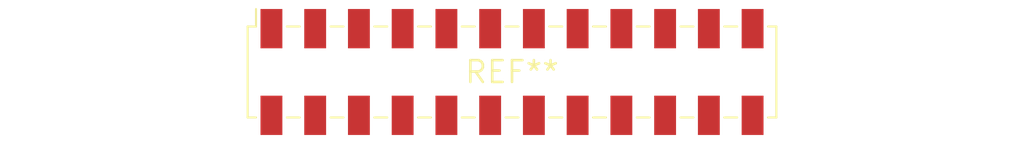
<source format=kicad_pcb>
(kicad_pcb (version 20240108) (generator pcbnew)
  (layers (0 "F.Cu" signal) (31 "B.Cu" signal) (34 "B.Paste" user) (35 "F.Paste" user) (36 "B.SilkS" user "B.Silkscreen") (37 "F.SilkS" user "F.Silkscreen") (38 "B.Mask" user) (39 "F.Mask" user) (44 "Edge.Cuts" user))
  (net 0 "")
  (footprint "Samtec_HLE-112-02-xxx-DV-LC_2x12_P2.54mm_Horizontal" (layer "F.Cu") (at 0 0)
    (property "Reference" "REF**")
    (property "Value" "Samtec_HLE-112-02-xxx-DV-LC_2x12_P2.54mm_Horizontal")
    (fp_line (start -15.35 -2.65) (end -15.35 2.65) (layer "F.SilkS") (stroke (width 0.12)))
    (fp_line (start -15.35 2.65) (end -14.865 2.65) (layer "F.SilkS") (stroke (width 0.12)))
    (fp_line (start -14.865 -3.67) (end -14.865 -2.65) (layer "F.SilkS") (stroke (width 0.12)))
    (fp_line (start -14.865 -2.65) (end -15.35 -2.65) (layer "F.SilkS") (stroke (width 0.12)))
    (fp_line (start -13.075 -2.65) (end -12.325 -2.65) (layer "F.SilkS") (stroke (width 0.12)))
    (fp_line (start -13.075 2.65) (end -12.325 2.65) (layer "F.SilkS") (stroke (width 0.12)))
    (fp_line (start -10.535 -2.65) (end -9.785 -2.65) (layer "F.SilkS") (stroke (width 0.12)))
    (fp_line (start -10.535 2.65) (end -9.785 2.65) (layer "F.SilkS") (stroke (width 0.12)))
    (fp_line (start -7.995 -2.65) (end -7.245 -2.65) (layer "F.SilkS") (stroke (width 0.12)))
    (fp_line (start -7.995 2.65) (end -7.245 2.65) (layer "F.SilkS") (stroke (width 0.12)))
    (fp_line (start -5.455 -2.65) (end -4.705 -2.65) (layer "F.SilkS") (stroke (width 0.12)))
    (fp_line (start -5.455 2.65) (end -4.705 2.65) (layer "F.SilkS") (stroke (width 0.12)))
    (fp_line (start -2.915 -2.65) (end -2.165 -2.65) (layer "F.SilkS") (stroke (width 0.12)))
    (fp_line (start -2.915 2.65) (end -2.165 2.65) (layer "F.SilkS") (stroke (width 0.12)))
    (fp_line (start -0.375 -2.65) (end 0.375 -2.65) (layer "F.SilkS") (stroke (width 0.12)))
    (fp_line (start -0.375 2.65) (end 0.375 2.65) (layer "F.SilkS") (stroke (width 0.12)))
    (fp_line (start 2.165 -2.65) (end 2.915 -2.65) (layer "F.SilkS") (stroke (width 0.12)))
    (fp_line (start 2.165 2.65) (end 2.915 2.65) (layer "F.SilkS") (stroke (width 0.12)))
    (fp_line (start 4.705 -2.65) (end 5.455 -2.65) (layer "F.SilkS") (stroke (width 0.12)))
    (fp_line (start 4.705 2.65) (end 5.455 2.65) (layer "F.SilkS") (stroke (width 0.12)))
    (fp_line (start 7.245 -2.65) (end 7.995 -2.65) (layer "F.SilkS") (stroke (width 0.12)))
    (fp_line (start 7.245 2.65) (end 7.995 2.65) (layer "F.SilkS") (stroke (width 0.12)))
    (fp_line (start 9.785 -2.65) (end 10.535 -2.65) (layer "F.SilkS") (stroke (width 0.12)))
    (fp_line (start 9.785 2.65) (end 10.535 2.65) (layer "F.SilkS") (stroke (width 0.12)))
    (fp_line (start 12.325 -2.65) (end 13.075 -2.65) (layer "F.SilkS") (stroke (width 0.12)))
    (fp_line (start 12.325 2.65) (end 13.075 2.65) (layer "F.SilkS") (stroke (width 0.12)))
    (fp_line (start 14.865 -2.65) (end 15.35 -2.65) (layer "F.SilkS") (stroke (width 0.12)))
    (fp_line (start 15.35 -2.65) (end 15.35 2.65) (layer "F.SilkS") (stroke (width 0.12)))
    (fp_line (start 15.35 2.65) (end 14.865 2.65) (layer "F.SilkS") (stroke (width 0.12)))
    (pad "" np_thru_hole circle (at -12.7 0) (size 1.19 1.19) (drill 1.19) (layers *.Cu *.Mask))
    (pad "" np_thru_hole circle (at 12.7 0) (size 1.19 1.19) (drill 1.19) (layers *.Cu *.Mask))
    (pad "1" smd rect (at -13.97 -2.525) (size 1.27 2.29) (layers "F.Cu" "F.Paste" "F.Mask"))
    (pad "2" smd rect (at -13.97 2.525) (size 1.27 2.29) (layers "F.Cu" "F.Paste" "F.Mask"))
    (pad "3" smd rect (at -11.43 -2.525) (size 1.27 2.29) (layers "F.Cu" "F.Paste" "F.Mask"))
    (pad "4" smd rect (at -11.43 2.525) (size 1.27 2.29) (layers "F.Cu" "F.Paste" "F.Mask"))
    (pad "5" smd rect (at -8.89 -2.525) (size 1.27 2.29) (layers "F.Cu" "F.Paste" "F.Mask"))
    (pad "6" smd rect (at -8.89 2.525) (size 1.27 2.29) (layers "F.Cu" "F.Paste" "F.Mask"))
    (pad "7" smd rect (at -6.35 -2.525) (size 1.27 2.29) (layers "F.Cu" "F.Paste" "F.Mask"))
    (pad "8" smd rect (at -6.35 2.525) (size 1.27 2.29) (layers "F.Cu" "F.Paste" "F.Mask"))
    (pad "9" smd rect (at -3.81 -2.525) (size 1.27 2.29) (layers "F.Cu" "F.Paste" "F.Mask"))
    (pad "10" smd rect (at -3.81 2.525) (size 1.27 2.29) (layers "F.Cu" "F.Paste" "F.Mask"))
    (pad "11" smd rect (at -1.27 -2.525) (size 1.27 2.29) (layers "F.Cu" "F.Paste" "F.Mask"))
    (pad "12" smd rect (at -1.27 2.525) (size 1.27 2.29) (layers "F.Cu" "F.Paste" "F.Mask"))
    (pad "13" smd rect (at 1.27 -2.525) (size 1.27 2.29) (layers "F.Cu" "F.Paste" "F.Mask"))
    (pad "14" smd rect (at 1.27 2.525) (size 1.27 2.29) (layers "F.Cu" "F.Paste" "F.Mask"))
    (pad "15" smd rect (at 3.81 -2.525) (size 1.27 2.29) (layers "F.Cu" "F.Paste" "F.Mask"))
    (pad "16" smd rect (at 3.81 2.525) (size 1.27 2.29) (layers "F.Cu" "F.Paste" "F.Mask"))
    (pad "17" smd rect (at 6.35 -2.525) (size 1.27 2.29) (layers "F.Cu" "F.Paste" "F.Mask"))
    (pad "18" smd rect (at 6.35 2.525) (size 1.27 2.29) (layers "F.Cu" "F.Paste" "F.Mask"))
    (pad "19" smd rect (at 8.89 -2.525) (size 1.27 2.29) (layers "F.Cu" "F.Paste" "F.Mask"))
    (pad "20" smd rect (at 8.89 2.525) (size 1.27 2.29) (layers "F.Cu" "F.Paste" "F.Mask"))
    (pad "21" smd rect (at 11.43 -2.525) (size 1.27 2.29) (layers "F.Cu" "F.Paste" "F.Mask"))
    (pad "22" smd rect (at 11.43 2.525) (size 1.27 2.29) (layers "F.Cu" "F.Paste" "F.Mask"))
    (pad "23" smd rect (at 13.97 -2.525) (size 1.27 2.29) (layers "F.Cu" "F.Paste" "F.Mask"))
    (pad "24" smd rect (at 13.97 2.525) (size 1.27 2.29) (layers "F.Cu" "F.Paste" "F.Mask"))
  )
)
</source>
